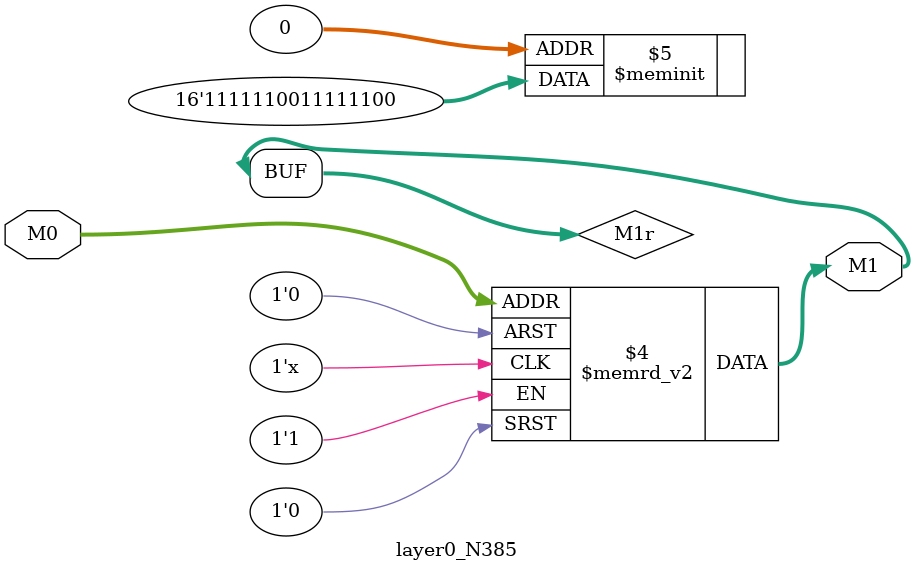
<source format=v>
module layer0_N385 ( input [2:0] M0, output [1:0] M1 );

	(*rom_style = "distributed" *) reg [1:0] M1r;
	assign M1 = M1r;
	always @ (M0) begin
		case (M0)
			3'b000: M1r = 2'b00;
			3'b100: M1r = 2'b00;
			3'b010: M1r = 2'b11;
			3'b110: M1r = 2'b11;
			3'b001: M1r = 2'b11;
			3'b101: M1r = 2'b11;
			3'b011: M1r = 2'b11;
			3'b111: M1r = 2'b11;

		endcase
	end
endmodule

</source>
